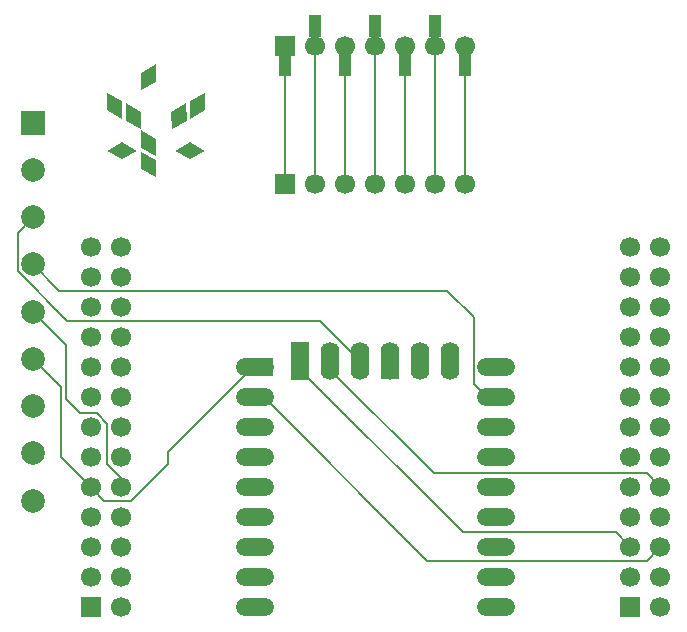
<source format=gbr>
%TF.GenerationSoftware,KiCad,Pcbnew,9.0.3*%
%TF.CreationDate,2025-07-27T20:55:45+02:00*%
%TF.ProjectId,Pololu Zumo 32U4 controller shield,506f6c6f-6c75-4205-9a75-6d6f20333255,rev?*%
%TF.SameCoordinates,Original*%
%TF.FileFunction,Copper,L1,Top*%
%TF.FilePolarity,Positive*%
%FSLAX46Y46*%
G04 Gerber Fmt 4.6, Leading zero omitted, Abs format (unit mm)*
G04 Created by KiCad (PCBNEW 9.0.3) date 2025-07-27 20:55:45*
%MOMM*%
%LPD*%
G01*
G04 APERTURE LIST*
G04 Aperture macros list*
%AMRoundRect*
0 Rectangle with rounded corners*
0 $1 Rounding radius*
0 $2 $3 $4 $5 $6 $7 $8 $9 X,Y pos of 4 corners*
0 Add a 4 corners polygon primitive as box body*
4,1,4,$2,$3,$4,$5,$6,$7,$8,$9,$2,$3,0*
0 Add four circle primitives for the rounded corners*
1,1,$1+$1,$2,$3*
1,1,$1+$1,$4,$5*
1,1,$1+$1,$6,$7*
1,1,$1+$1,$8,$9*
0 Add four rect primitives between the rounded corners*
20,1,$1+$1,$2,$3,$4,$5,0*
20,1,$1+$1,$4,$5,$6,$7,0*
20,1,$1+$1,$6,$7,$8,$9,0*
20,1,$1+$1,$8,$9,$2,$3,0*%
G04 Aperture macros list end*
%TA.AperFunction,EtchedComponent*%
%ADD10C,0.000000*%
%TD*%
%TA.AperFunction,ComponentPad*%
%ADD11R,1.700000X1.700000*%
%TD*%
%TA.AperFunction,ComponentPad*%
%ADD12C,1.700000*%
%TD*%
%TA.AperFunction,SMDPad,CuDef*%
%ADD13R,1.000000X1.900000*%
%TD*%
%TA.AperFunction,SMDPad,CuDef*%
%ADD14RoundRect,0.800000X0.800000X0.000010X-0.800000X0.000010X-0.800000X-0.000010X0.800000X-0.000010X0*%
%TD*%
%TA.AperFunction,ComponentPad*%
%ADD15C,1.600000*%
%TD*%
%TA.AperFunction,SMDPad,CuDef*%
%ADD16RoundRect,0.800000X-0.000010X0.800000X-0.000010X-0.800000X0.000010X-0.800000X0.000010X0.800000X0*%
%TD*%
%TA.AperFunction,ComponentPad*%
%ADD17R,1.600000X1.600000*%
%TD*%
%TA.AperFunction,SMDPad,CuDef*%
%ADD18R,1.600000X3.200000*%
%TD*%
%TA.AperFunction,ComponentPad*%
%ADD19R,2.000000X2.000000*%
%TD*%
%TA.AperFunction,ComponentPad*%
%ADD20C,2.000000*%
%TD*%
%TA.AperFunction,Conductor*%
%ADD21C,0.200000*%
%TD*%
G04 APERTURE END LIST*
D10*
%TA.AperFunction,EtchedComponent*%
%TO.C,svg2mod*%
G36*
X129807662Y-86385526D02*
G01*
X128540488Y-87117152D01*
X127293750Y-86370498D01*
X128560924Y-85638872D01*
X129807662Y-86385526D01*
G37*
%TD.AperFunction*%
%TA.AperFunction,EtchedComponent*%
G36*
X131421250Y-85368468D02*
G01*
X131421250Y-86831667D01*
X130151250Y-86125282D01*
X130151250Y-84662083D01*
X131421250Y-85368468D01*
G37*
%TD.AperFunction*%
%TA.AperFunction,EtchedComponent*%
G36*
X134011362Y-83828307D02*
G01*
X132744167Y-84559901D01*
X132720883Y-83106873D01*
X133988079Y-82375268D01*
X134011362Y-83828307D01*
G37*
%TD.AperFunction*%
%TA.AperFunction,EtchedComponent*%
G36*
X130148424Y-83106873D02*
G01*
X130125162Y-84559901D01*
X128857988Y-83828307D01*
X128881250Y-82375268D01*
X130148424Y-83106873D01*
G37*
%TD.AperFunction*%
%TA.AperFunction,EtchedComponent*%
G36*
X131421250Y-80516126D02*
G01*
X130151250Y-81222500D01*
X130151250Y-79759291D01*
X131421250Y-79052917D01*
X131421250Y-80516126D01*
G37*
%TD.AperFunction*%
%TA.AperFunction,EtchedComponent*%
G36*
X128560924Y-82207290D02*
G01*
X128537662Y-83660328D01*
X127270488Y-82928724D01*
X127293750Y-81475685D01*
X128560924Y-82207290D01*
G37*
%TD.AperFunction*%
%TA.AperFunction,EtchedComponent*%
G36*
X135598862Y-82928724D02*
G01*
X134331667Y-83660328D01*
X134308383Y-82207290D01*
X135575579Y-81475685D01*
X135598862Y-82928724D01*
G37*
%TD.AperFunction*%
%TA.AperFunction,EtchedComponent*%
G36*
X131421250Y-87167635D02*
G01*
X131421250Y-88630833D01*
X130151250Y-87924449D01*
X130151250Y-86461250D01*
X131421250Y-87167635D01*
G37*
%TD.AperFunction*%
%TA.AperFunction,EtchedComponent*%
G36*
X135575579Y-86370498D02*
G01*
X134328862Y-87117152D01*
X133061667Y-86385526D01*
X134308383Y-85638872D01*
X135575579Y-86370498D01*
G37*
%TD.AperFunction*%
%TD*%
D11*
%TO.P,J9,1,Pin_1*%
%TO.N,unconnected-(J9-Pin_1-Pad1)*%
X171590000Y-125000000D03*
D12*
%TO.P,J9,2,Pin_2*%
%TO.N,unconnected-(J9-Pin_2-Pad2)*%
X174130000Y-125000000D03*
%TO.P,J9,3,Pin_3*%
%TO.N,unconnected-(J9-Pin_3-Pad3)*%
X171590000Y-122460000D03*
%TO.P,J9,4,Pin_4*%
%TO.N,unconnected-(J9-Pin_4-Pad4)*%
X174130000Y-122460000D03*
%TO.P,J9,5,Pin_5*%
%TO.N,Net-(A1-D1{slash}TX)*%
X171590000Y-119920000D03*
%TO.P,J9,6,Pin_6*%
%TO.N,VCC*%
X174130000Y-119920000D03*
%TO.P,J9,7,Pin_7*%
%TO.N,unconnected-(J9-Pin_7-Pad7)*%
X171590000Y-117380000D03*
%TO.P,J9,8,Pin_8*%
%TO.N,unconnected-(J9-Pin_8-Pad8)*%
X174130000Y-117380000D03*
%TO.P,J9,9,Pin_9*%
%TO.N,unconnected-(J9-Pin_9-Pad9)*%
X171590000Y-114840000D03*
%TO.P,J9,10,Pin_10*%
%TO.N,Net-(A1-D0{slash}RX)*%
X174130000Y-114840000D03*
%TO.P,J9,11,Pin_11*%
%TO.N,unconnected-(J9-Pin_11-Pad11)*%
X171590000Y-112300000D03*
%TO.P,J9,12,Pin_12*%
%TO.N,unconnected-(J9-Pin_12-Pad12)*%
X174130000Y-112300000D03*
%TO.P,J9,13,Pin_13*%
%TO.N,unconnected-(J9-Pin_13-Pad13)*%
X171590000Y-109760000D03*
%TO.P,J9,14,Pin_14*%
%TO.N,unconnected-(J9-Pin_14-Pad14)*%
X174130000Y-109760000D03*
%TO.P,J9,15,Pin_15*%
%TO.N,unconnected-(J9-Pin_15-Pad15)*%
X171590000Y-107220000D03*
%TO.P,J9,16,Pin_16*%
%TO.N,unconnected-(J9-Pin_16-Pad16)*%
X174130000Y-107220000D03*
%TO.P,J9,17,Pin_17*%
%TO.N,unconnected-(J9-Pin_17-Pad17)*%
X171590000Y-104680000D03*
%TO.P,J9,18,Pin_18*%
%TO.N,unconnected-(J9-Pin_18-Pad18)*%
X174130000Y-104680000D03*
%TO.P,J9,19,Pin_19*%
%TO.N,unconnected-(J9-Pin_19-Pad19)*%
X171590000Y-102140000D03*
%TO.P,J9,20,Pin_20*%
%TO.N,unconnected-(J9-Pin_20-Pad20)*%
X174130000Y-102140000D03*
%TO.P,J9,21,Pin_21*%
%TO.N,unconnected-(J9-Pin_21-Pad21)*%
X171590000Y-99600000D03*
%TO.P,J9,22,Pin_22*%
%TO.N,unconnected-(J9-Pin_22-Pad22)*%
X174130000Y-99600000D03*
%TO.P,J9,23,Pin_23*%
%TO.N,unconnected-(J9-Pin_23-Pad23)*%
X171590000Y-97060000D03*
%TO.P,J9,24,Pin_24*%
%TO.N,unconnected-(J9-Pin_24-Pad24)*%
X174130000Y-97060000D03*
%TO.P,J9,25,Pin_25*%
%TO.N,unconnected-(J9-Pin_25-Pad25)*%
X171590000Y-94520000D03*
%TO.P,J9,26,Pin_26*%
%TO.N,unconnected-(J9-Pin_26-Pad26)*%
X174130000Y-94520000D03*
%TD*%
D11*
%TO.P,J8,1,Pin_1*%
%TO.N,unconnected-(J8-Pin_1-Pad1)*%
X125910000Y-125000000D03*
D12*
%TO.P,J8,2,Pin_2*%
%TO.N,unconnected-(J8-Pin_2-Pad2)*%
X128450000Y-125000000D03*
%TO.P,J8,3,Pin_3*%
%TO.N,unconnected-(J8-Pin_3-Pad3)*%
X125910000Y-122460000D03*
%TO.P,J8,4,Pin_4*%
%TO.N,unconnected-(J8-Pin_4-Pad4)*%
X128450000Y-122460000D03*
%TO.P,J8,5,Pin_5*%
%TO.N,unconnected-(J8-Pin_5-Pad5)*%
X125910000Y-119920000D03*
%TO.P,J8,6,Pin_6*%
%TO.N,unconnected-(J8-Pin_6-Pad6)*%
X128450000Y-119920000D03*
%TO.P,J8,7,Pin_7*%
%TO.N,unconnected-(J8-Pin_7-Pad7)*%
X125910000Y-117380000D03*
%TO.P,J8,8,Pin_8*%
%TO.N,unconnected-(J8-Pin_8-Pad8)*%
X128450000Y-117380000D03*
%TO.P,J8,9,Pin_9*%
%TO.N,GND*%
X125910000Y-114840000D03*
%TO.P,J8,10,Pin_10*%
%TO.N,Net-(J7-Pin_5)*%
X128450000Y-114840000D03*
%TO.P,J8,11,Pin_11*%
%TO.N,unconnected-(J8-Pin_11-Pad11)*%
X125910000Y-112300000D03*
%TO.P,J8,12,Pin_12*%
%TO.N,unconnected-(J8-Pin_12-Pad12)*%
X128450000Y-112300000D03*
%TO.P,J8,13,Pin_13*%
%TO.N,unconnected-(J8-Pin_13-Pad13)*%
X125910000Y-109760000D03*
%TO.P,J8,14,Pin_14*%
%TO.N,unconnected-(J8-Pin_14-Pad14)*%
X128450000Y-109760000D03*
%TO.P,J8,15,Pin_15*%
%TO.N,unconnected-(J8-Pin_15-Pad15)*%
X125910000Y-107220000D03*
%TO.P,J8,16,Pin_16*%
%TO.N,unconnected-(J8-Pin_16-Pad16)*%
X128450000Y-107220000D03*
%TO.P,J8,17,Pin_17*%
%TO.N,unconnected-(J8-Pin_17-Pad17)*%
X125910000Y-104680000D03*
%TO.P,J8,18,Pin_18*%
%TO.N,unconnected-(J8-Pin_18-Pad18)*%
X128450000Y-104680000D03*
%TO.P,J8,19,Pin_19*%
%TO.N,unconnected-(J8-Pin_19-Pad19)*%
X125910000Y-102140000D03*
%TO.P,J8,20,Pin_20*%
%TO.N,unconnected-(J8-Pin_20-Pad20)*%
X128450000Y-102140000D03*
%TO.P,J8,21,Pin_21*%
%TO.N,unconnected-(J8-Pin_21-Pad21)*%
X125910000Y-99600000D03*
%TO.P,J8,22,Pin_22*%
%TO.N,unconnected-(J8-Pin_22-Pad22)*%
X128450000Y-99600000D03*
%TO.P,J8,23,Pin_23*%
%TO.N,unconnected-(J8-Pin_23-Pad23)*%
X125910000Y-97060000D03*
%TO.P,J8,24,Pin_24*%
%TO.N,unconnected-(J8-Pin_24-Pad24)*%
X128450000Y-97060000D03*
%TO.P,J8,25,Pin_25*%
%TO.N,unconnected-(J8-Pin_25-Pad25)*%
X125910000Y-94520000D03*
%TO.P,J8,26,Pin_26*%
%TO.N,unconnected-(J8-Pin_26-Pad26)*%
X128450000Y-94520000D03*
%TD*%
D11*
%TO.P,J2,1,Pin_1*%
%TO.N,Net-(J1-Pin_1)*%
X142380000Y-77500000D03*
D12*
%TO.P,J2,2,Pin_2*%
%TO.N,Net-(J1-Pin_2)*%
X144920000Y-77500000D03*
%TO.P,J2,3,Pin_3*%
%TO.N,Net-(J1-Pin_3)*%
X147460000Y-77500000D03*
%TO.P,J2,4,Pin_4*%
%TO.N,Net-(J1-Pin_4)*%
X150000000Y-77500000D03*
%TO.P,J2,5,Pin_5*%
%TO.N,Net-(J1-Pin_5)*%
X152540000Y-77500000D03*
%TO.P,J2,6,Pin_6*%
%TO.N,Net-(J1-Pin_6)*%
X155080000Y-77500000D03*
%TO.P,J2,7,Pin_7*%
%TO.N,Net-(J1-Pin_7)*%
X157620000Y-77500000D03*
%TD*%
D13*
%TO.P,J3,7,Pin_7*%
%TO.N,Net-(J1-Pin_7)*%
X157620000Y-79150000D03*
%TO.P,J3,6,Pin_6*%
%TO.N,Net-(J1-Pin_6)*%
X155080000Y-75850000D03*
%TO.P,J3,5,Pin_5*%
%TO.N,Net-(J1-Pin_5)*%
X152540000Y-79150000D03*
%TO.P,J3,4,Pin_4*%
%TO.N,Net-(J1-Pin_4)*%
X150000000Y-75850000D03*
%TO.P,J3,3,Pin_3*%
%TO.N,Net-(J1-Pin_3)*%
X147460000Y-79150000D03*
%TO.P,J3,2,Pin_2*%
%TO.N,Net-(J1-Pin_2)*%
X144920000Y-75850000D03*
%TO.P,J3,1,Pin_1*%
%TO.N,Net-(J1-Pin_1)*%
X142380000Y-79150000D03*
%TD*%
D11*
%TO.P,J1,1,Pin_1*%
%TO.N,Net-(J1-Pin_1)*%
X142380000Y-89170000D03*
D12*
%TO.P,J1,2,Pin_2*%
%TO.N,Net-(J1-Pin_2)*%
X144920000Y-89170000D03*
%TO.P,J1,3,Pin_3*%
%TO.N,Net-(J1-Pin_3)*%
X147460000Y-89170000D03*
%TO.P,J1,4,Pin_4*%
%TO.N,Net-(J1-Pin_4)*%
X150000000Y-89170000D03*
%TO.P,J1,5,Pin_5*%
%TO.N,Net-(J1-Pin_5)*%
X152540000Y-89170000D03*
%TO.P,J1,6,Pin_6*%
%TO.N,Net-(J1-Pin_6)*%
X155080000Y-89170000D03*
%TO.P,J1,7,Pin_7*%
%TO.N,Net-(J1-Pin_7)*%
X157620000Y-89170000D03*
%TD*%
D14*
%TO.P,A1,30,VIN*%
%TO.N,VCC*%
X139795000Y-107260000D03*
D15*
X140595000Y-107260000D03*
D16*
%TO.P,A1,29,GND*%
%TO.N,GND*%
X151270000Y-104160000D03*
D17*
X151270000Y-104960000D03*
D15*
%TO.P,A1,27,+5V*%
%TO.N,unconnected-(A1-+5V-Pad27)*%
X159405000Y-104720000D03*
D14*
X160205000Y-104720000D03*
%TO.P,A1,24,A5*%
%TO.N,unconnected-(A1-A5-Pad24)*%
X139795000Y-122500000D03*
D15*
X140595000Y-122500000D03*
D14*
%TO.P,A1,23,A4*%
%TO.N,unconnected-(A1-A4-Pad23)*%
X139795000Y-119960000D03*
D15*
X140595000Y-119960000D03*
D14*
%TO.P,A1,22,A3*%
%TO.N,unconnected-(A1-A3-Pad22)*%
X139795000Y-117420000D03*
D15*
X140595000Y-117420000D03*
D14*
%TO.P,A1,21,A2*%
%TO.N,unconnected-(A1-A2-Pad21)*%
X139795000Y-114880000D03*
D15*
X140595000Y-114880000D03*
D14*
%TO.P,A1,20,A1*%
%TO.N,unconnected-(A1-A1-Pad20)*%
X139795000Y-112340000D03*
D15*
X140595000Y-112340000D03*
D14*
%TO.P,A1,19,A0*%
%TO.N,unconnected-(A1-A0-Pad19)*%
X139795000Y-109800000D03*
D15*
X140595000Y-109800000D03*
D16*
%TO.P,A1,16,D13*%
%TO.N,Net-(A1-D13)*%
X148730000Y-104160000D03*
D15*
X148730000Y-104960000D03*
D16*
%TO.P,A1,15,D12*%
%TO.N,Net-(A1-D12)*%
X153810000Y-104160000D03*
D15*
X153810000Y-104960000D03*
D16*
%TO.P,A1,14,D11*%
%TO.N,Net-(A1-D11)*%
X156350000Y-104160000D03*
D15*
X156350000Y-104960000D03*
%TO.P,A1,13,D10*%
%TO.N,Net-(A1-D10)*%
X159405000Y-107260000D03*
D14*
X160205000Y-107260000D03*
D15*
%TO.P,A1,12,D9*%
%TO.N,unconnected-(A1-D9-Pad12)*%
X159405000Y-109800000D03*
D14*
X160205000Y-109800000D03*
D15*
%TO.P,A1,11,D8*%
%TO.N,unconnected-(A1-D8-Pad11)*%
X159405000Y-112340000D03*
D14*
X160205000Y-112340000D03*
D15*
%TO.P,A1,10,D7*%
%TO.N,unconnected-(A1-D7-Pad10)*%
X159405000Y-114880000D03*
D14*
X160205000Y-114880000D03*
D15*
%TO.P,A1,9,D6*%
%TO.N,unconnected-(A1-D6-Pad9)*%
X159405000Y-117420000D03*
D14*
X160205000Y-117420000D03*
D15*
%TO.P,A1,8,D5*%
%TO.N,unconnected-(A1-D5-Pad8)*%
X159405000Y-119960000D03*
D14*
X160205000Y-119960000D03*
D15*
%TO.P,A1,7,D4*%
%TO.N,unconnected-(A1-D4-Pad7)*%
X159405000Y-122500000D03*
D14*
X160205000Y-122500000D03*
D15*
%TO.P,A1,6,D3*%
%TO.N,unconnected-(A1-D3-Pad6)*%
X159405000Y-125040000D03*
D14*
X160205000Y-125040000D03*
%TO.P,A1,4,GND*%
%TO.N,GND*%
X139795000Y-104720000D03*
D17*
X140595000Y-104720000D03*
D14*
%TO.P,A1,3,~{RESET}*%
%TO.N,unconnected-(A1-~{RESET}-Pad3)*%
X139795000Y-125040000D03*
D15*
X140595000Y-125040000D03*
D16*
%TO.P,A1,2,D0/RX*%
%TO.N,Net-(A1-D0{slash}RX)*%
X146190000Y-104160000D03*
D15*
X146190000Y-104960000D03*
D18*
%TO.P,A1,1,D1/TX*%
%TO.N,Net-(A1-D1{slash}TX)*%
X143650000Y-104160000D03*
D15*
X143650000Y-104960000D03*
%TD*%
D19*
%TO.P,J7,1,Pin_1*%
%TO.N,unconnected-(J7-Pin_1-Pad1)*%
X121000000Y-84000000D03*
D20*
%TO.P,J7,2,Pin_2*%
%TO.N,unconnected-(J7-Pin_2-Pad2)*%
X121000000Y-88000000D03*
%TO.P,J7,3,Pin_3*%
%TO.N,Net-(A1-D13)*%
X121000000Y-92000000D03*
%TO.P,J7,4,Pin_4*%
%TO.N,Net-(A1-D10)*%
X121000000Y-96000000D03*
%TO.P,J7,5,Pin_5*%
%TO.N,Net-(J7-Pin_5)*%
X121000000Y-100000000D03*
%TO.P,J7,6,Pin_6*%
%TO.N,GND*%
X121000000Y-104000000D03*
%TO.P,J7,7,Pin_7*%
%TO.N,unconnected-(J7-Pin_7-Pad7)*%
X121000000Y-108000000D03*
%TO.P,J7,8,Pin_8*%
%TO.N,Net-(A1-D11)*%
X121000000Y-112000000D03*
%TO.P,J7,9,Pin_9*%
%TO.N,Net-(A1-D12)*%
X121000000Y-116000000D03*
%TD*%
D21*
%TO.N,Net-(A1-D13)*%
X145321000Y-100751000D02*
X148730000Y-104160000D01*
X123911108Y-100751000D02*
X145321000Y-100751000D01*
X119699000Y-96538892D02*
X123911108Y-100751000D01*
X119699000Y-93301000D02*
X119699000Y-96538892D01*
X121000000Y-92000000D02*
X119699000Y-93301000D01*
%TO.N,Net-(A1-D10)*%
X123211000Y-98211000D02*
X156053050Y-98211000D01*
X158304000Y-100461950D02*
X158304000Y-106159000D01*
X158304000Y-106159000D02*
X159405000Y-107260000D01*
X121000000Y-96000000D02*
X123211000Y-98211000D01*
X156053050Y-98211000D02*
X158304000Y-100461950D01*
%TO.N,GND*%
X132400000Y-111915000D02*
X139595000Y-104720000D01*
X139595000Y-104720000D02*
X140595000Y-104720000D01*
X129324000Y-115991000D02*
X132400000Y-112915000D01*
X132400000Y-112915000D02*
X132400000Y-111915000D01*
X127061000Y-115991000D02*
X129324000Y-115991000D01*
X125910000Y-114840000D02*
X127061000Y-115991000D01*
%TO.N,Net-(J7-Pin_5)*%
X127299000Y-109521240D02*
X127299000Y-112897000D01*
X126386760Y-108609000D02*
X127299000Y-109521240D01*
X128450000Y-114048000D02*
X128450000Y-114840000D01*
X125009000Y-108609000D02*
X126386760Y-108609000D01*
X123801000Y-102801000D02*
X123801000Y-107401000D01*
X123801000Y-107401000D02*
X125009000Y-108609000D01*
X121000000Y-100000000D02*
X123801000Y-102801000D01*
X127299000Y-112897000D02*
X128450000Y-114048000D01*
%TO.N,GND*%
X123400000Y-112330000D02*
X123400000Y-106400000D01*
X123400000Y-106400000D02*
X121000000Y-104000000D01*
X125910000Y-114840000D02*
X123400000Y-112330000D01*
%TO.N,Net-(A1-D0{slash}RX)*%
X154919000Y-113689000D02*
X146190000Y-104960000D01*
X172979000Y-113689000D02*
X154919000Y-113689000D01*
X174130000Y-114840000D02*
X172979000Y-113689000D01*
%TO.N,VCC*%
X154406000Y-121071000D02*
X140595000Y-107260000D01*
X172979000Y-121071000D02*
X154406000Y-121071000D01*
X174130000Y-119920000D02*
X172979000Y-121071000D01*
%TO.N,Net-(A1-D1{slash}TX)*%
X157390000Y-118700000D02*
X143650000Y-104960000D01*
X170370000Y-118700000D02*
X157390000Y-118700000D01*
X171590000Y-119920000D02*
X170370000Y-118700000D01*
%TO.N,Net-(J1-Pin_7)*%
X157620000Y-79150000D02*
X157620000Y-89170000D01*
%TO.N,Net-(J1-Pin_6)*%
X155080000Y-77500000D02*
X155080000Y-89170000D01*
%TO.N,Net-(J1-Pin_5)*%
X152540000Y-79150000D02*
X152540000Y-89170000D01*
%TO.N,Net-(J1-Pin_4)*%
X150000000Y-77500000D02*
X150000000Y-89170000D01*
%TO.N,Net-(J1-Pin_3)*%
X147460000Y-79150000D02*
X147460000Y-89170000D01*
%TO.N,Net-(J1-Pin_2)*%
X144920000Y-77500000D02*
X144920000Y-89170000D01*
%TO.N,Net-(J1-Pin_1)*%
X142380000Y-89170000D02*
X142380000Y-79150000D01*
%TD*%
M02*

</source>
